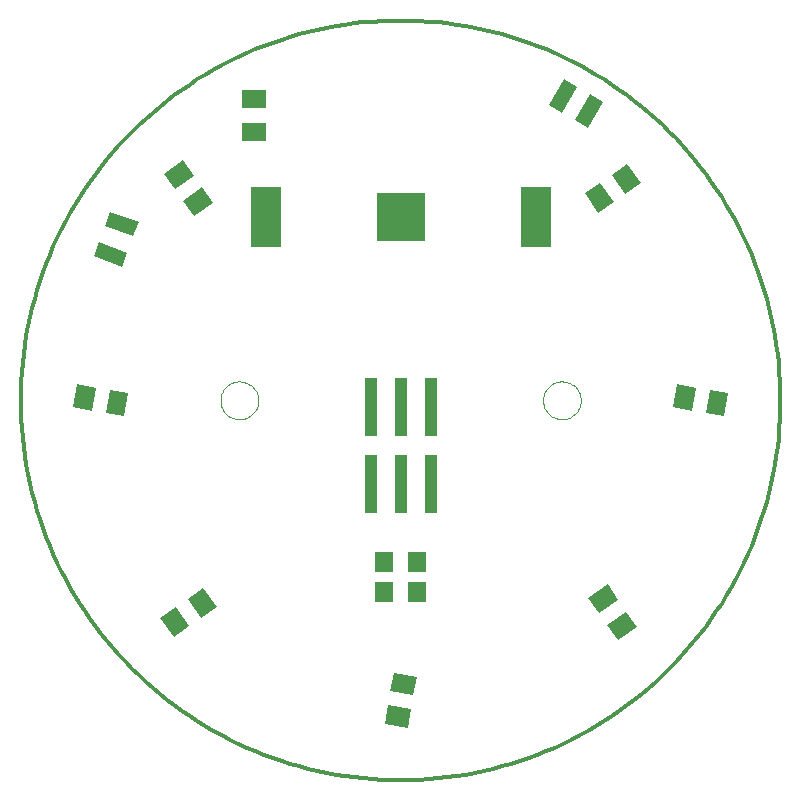
<source format=gbp>
G75*
%MOIN*%
%OFA0B0*%
%FSLAX24Y24*%
%IPPOS*%
%LPD*%
%AMOC8*
5,1,8,0,0,1.08239X$1,22.5*
%
%ADD10C,0.0120*%
%ADD11C,0.0000*%
%ADD12R,0.1600X0.1600*%
%ADD13R,0.1000X0.2000*%
%ADD14R,0.0630X0.0710*%
%ADD15R,0.0630X0.0787*%
%ADD16R,0.0787X0.0630*%
%ADD17R,0.0394X0.1969*%
%ADD18R,0.0500X0.1000*%
D10*
X000160Y012910D02*
X000164Y013221D01*
X000175Y013531D01*
X000194Y013841D01*
X000221Y014151D01*
X000255Y014460D01*
X000297Y014767D01*
X000346Y015074D01*
X000403Y015380D01*
X000468Y015684D01*
X000539Y015986D01*
X000619Y016286D01*
X000705Y016585D01*
X000799Y016881D01*
X000900Y017175D01*
X001008Y017466D01*
X001124Y017754D01*
X001246Y018040D01*
X001375Y018322D01*
X001512Y018602D01*
X001655Y018877D01*
X001805Y019150D01*
X001961Y019418D01*
X002124Y019683D01*
X002293Y019943D01*
X002469Y020199D01*
X002651Y020451D01*
X002839Y020698D01*
X003033Y020941D01*
X003233Y021179D01*
X003439Y021411D01*
X003651Y021639D01*
X003868Y021861D01*
X004090Y022078D01*
X004318Y022290D01*
X004550Y022496D01*
X004788Y022696D01*
X005031Y022890D01*
X005278Y023078D01*
X005530Y023260D01*
X005786Y023436D01*
X006046Y023605D01*
X006311Y023768D01*
X006579Y023924D01*
X006852Y024074D01*
X007127Y024217D01*
X007407Y024354D01*
X007689Y024483D01*
X007975Y024605D01*
X008263Y024721D01*
X008554Y024829D01*
X008848Y024930D01*
X009144Y025024D01*
X009443Y025110D01*
X009743Y025190D01*
X010045Y025261D01*
X010349Y025326D01*
X010655Y025383D01*
X010962Y025432D01*
X011269Y025474D01*
X011578Y025508D01*
X011888Y025535D01*
X012198Y025554D01*
X012508Y025565D01*
X012819Y025569D01*
X013130Y025565D01*
X013440Y025554D01*
X013750Y025535D01*
X014060Y025508D01*
X014369Y025474D01*
X014676Y025432D01*
X014983Y025383D01*
X015289Y025326D01*
X015593Y025261D01*
X015895Y025190D01*
X016195Y025110D01*
X016494Y025024D01*
X016790Y024930D01*
X017084Y024829D01*
X017375Y024721D01*
X017663Y024605D01*
X017949Y024483D01*
X018231Y024354D01*
X018511Y024217D01*
X018786Y024074D01*
X019059Y023924D01*
X019327Y023768D01*
X019592Y023605D01*
X019852Y023436D01*
X020108Y023260D01*
X020360Y023078D01*
X020607Y022890D01*
X020850Y022696D01*
X021088Y022496D01*
X021320Y022290D01*
X021548Y022078D01*
X021770Y021861D01*
X021987Y021639D01*
X022199Y021411D01*
X022405Y021179D01*
X022605Y020941D01*
X022799Y020698D01*
X022987Y020451D01*
X023169Y020199D01*
X023345Y019943D01*
X023514Y019683D01*
X023677Y019418D01*
X023833Y019150D01*
X023983Y018877D01*
X024126Y018602D01*
X024263Y018322D01*
X024392Y018040D01*
X024514Y017754D01*
X024630Y017466D01*
X024738Y017175D01*
X024839Y016881D01*
X024933Y016585D01*
X025019Y016286D01*
X025099Y015986D01*
X025170Y015684D01*
X025235Y015380D01*
X025292Y015074D01*
X025341Y014767D01*
X025383Y014460D01*
X025417Y014151D01*
X025444Y013841D01*
X025463Y013531D01*
X025474Y013221D01*
X025478Y012910D01*
X025474Y012599D01*
X025463Y012289D01*
X025444Y011979D01*
X025417Y011669D01*
X025383Y011360D01*
X025341Y011053D01*
X025292Y010746D01*
X025235Y010440D01*
X025170Y010136D01*
X025099Y009834D01*
X025019Y009534D01*
X024933Y009235D01*
X024839Y008939D01*
X024738Y008645D01*
X024630Y008354D01*
X024514Y008066D01*
X024392Y007780D01*
X024263Y007498D01*
X024126Y007218D01*
X023983Y006943D01*
X023833Y006670D01*
X023677Y006402D01*
X023514Y006137D01*
X023345Y005877D01*
X023169Y005621D01*
X022987Y005369D01*
X022799Y005122D01*
X022605Y004879D01*
X022405Y004641D01*
X022199Y004409D01*
X021987Y004181D01*
X021770Y003959D01*
X021548Y003742D01*
X021320Y003530D01*
X021088Y003324D01*
X020850Y003124D01*
X020607Y002930D01*
X020360Y002742D01*
X020108Y002560D01*
X019852Y002384D01*
X019592Y002215D01*
X019327Y002052D01*
X019059Y001896D01*
X018786Y001746D01*
X018511Y001603D01*
X018231Y001466D01*
X017949Y001337D01*
X017663Y001215D01*
X017375Y001099D01*
X017084Y000991D01*
X016790Y000890D01*
X016494Y000796D01*
X016195Y000710D01*
X015895Y000630D01*
X015593Y000559D01*
X015289Y000494D01*
X014983Y000437D01*
X014676Y000388D01*
X014369Y000346D01*
X014060Y000312D01*
X013750Y000285D01*
X013440Y000266D01*
X013130Y000255D01*
X012819Y000251D01*
X012508Y000255D01*
X012198Y000266D01*
X011888Y000285D01*
X011578Y000312D01*
X011269Y000346D01*
X010962Y000388D01*
X010655Y000437D01*
X010349Y000494D01*
X010045Y000559D01*
X009743Y000630D01*
X009443Y000710D01*
X009144Y000796D01*
X008848Y000890D01*
X008554Y000991D01*
X008263Y001099D01*
X007975Y001215D01*
X007689Y001337D01*
X007407Y001466D01*
X007127Y001603D01*
X006852Y001746D01*
X006579Y001896D01*
X006311Y002052D01*
X006046Y002215D01*
X005786Y002384D01*
X005530Y002560D01*
X005278Y002742D01*
X005031Y002930D01*
X004788Y003124D01*
X004550Y003324D01*
X004318Y003530D01*
X004090Y003742D01*
X003868Y003959D01*
X003651Y004181D01*
X003439Y004409D01*
X003233Y004641D01*
X003033Y004879D01*
X002839Y005122D01*
X002651Y005369D01*
X002469Y005621D01*
X002293Y005877D01*
X002124Y006137D01*
X001961Y006402D01*
X001805Y006670D01*
X001655Y006943D01*
X001512Y007218D01*
X001375Y007498D01*
X001246Y007780D01*
X001124Y008066D01*
X001008Y008354D01*
X000900Y008645D01*
X000799Y008939D01*
X000705Y009235D01*
X000619Y009534D01*
X000539Y009834D01*
X000468Y010136D01*
X000403Y010440D01*
X000346Y010746D01*
X000297Y011053D01*
X000255Y011360D01*
X000221Y011669D01*
X000194Y011979D01*
X000175Y012289D01*
X000164Y012599D01*
X000160Y012910D01*
D11*
X006814Y012910D02*
X006816Y012960D01*
X006822Y013010D01*
X006832Y013059D01*
X006846Y013107D01*
X006863Y013154D01*
X006884Y013199D01*
X006909Y013243D01*
X006937Y013284D01*
X006969Y013323D01*
X007003Y013360D01*
X007040Y013394D01*
X007080Y013424D01*
X007122Y013451D01*
X007166Y013475D01*
X007212Y013496D01*
X007259Y013512D01*
X007307Y013525D01*
X007357Y013534D01*
X007406Y013539D01*
X007457Y013540D01*
X007507Y013537D01*
X007556Y013530D01*
X007605Y013519D01*
X007653Y013504D01*
X007699Y013486D01*
X007744Y013464D01*
X007787Y013438D01*
X007828Y013409D01*
X007867Y013377D01*
X007903Y013342D01*
X007935Y013304D01*
X007965Y013264D01*
X007992Y013221D01*
X008015Y013177D01*
X008034Y013131D01*
X008050Y013083D01*
X008062Y013034D01*
X008070Y012985D01*
X008074Y012935D01*
X008074Y012885D01*
X008070Y012835D01*
X008062Y012786D01*
X008050Y012737D01*
X008034Y012689D01*
X008015Y012643D01*
X007992Y012599D01*
X007965Y012556D01*
X007935Y012516D01*
X007903Y012478D01*
X007867Y012443D01*
X007828Y012411D01*
X007787Y012382D01*
X007744Y012356D01*
X007699Y012334D01*
X007653Y012316D01*
X007605Y012301D01*
X007556Y012290D01*
X007507Y012283D01*
X007457Y012280D01*
X007406Y012281D01*
X007357Y012286D01*
X007307Y012295D01*
X007259Y012308D01*
X007212Y012324D01*
X007166Y012345D01*
X007122Y012369D01*
X007080Y012396D01*
X007040Y012426D01*
X007003Y012460D01*
X006969Y012497D01*
X006937Y012536D01*
X006909Y012577D01*
X006884Y012621D01*
X006863Y012666D01*
X006846Y012713D01*
X006832Y012761D01*
X006822Y012810D01*
X006816Y012860D01*
X006814Y012910D01*
X017564Y012910D02*
X017566Y012960D01*
X017572Y013010D01*
X017582Y013059D01*
X017596Y013107D01*
X017613Y013154D01*
X017634Y013199D01*
X017659Y013243D01*
X017687Y013284D01*
X017719Y013323D01*
X017753Y013360D01*
X017790Y013394D01*
X017830Y013424D01*
X017872Y013451D01*
X017916Y013475D01*
X017962Y013496D01*
X018009Y013512D01*
X018057Y013525D01*
X018107Y013534D01*
X018156Y013539D01*
X018207Y013540D01*
X018257Y013537D01*
X018306Y013530D01*
X018355Y013519D01*
X018403Y013504D01*
X018449Y013486D01*
X018494Y013464D01*
X018537Y013438D01*
X018578Y013409D01*
X018617Y013377D01*
X018653Y013342D01*
X018685Y013304D01*
X018715Y013264D01*
X018742Y013221D01*
X018765Y013177D01*
X018784Y013131D01*
X018800Y013083D01*
X018812Y013034D01*
X018820Y012985D01*
X018824Y012935D01*
X018824Y012885D01*
X018820Y012835D01*
X018812Y012786D01*
X018800Y012737D01*
X018784Y012689D01*
X018765Y012643D01*
X018742Y012599D01*
X018715Y012556D01*
X018685Y012516D01*
X018653Y012478D01*
X018617Y012443D01*
X018578Y012411D01*
X018537Y012382D01*
X018494Y012356D01*
X018449Y012334D01*
X018403Y012316D01*
X018355Y012301D01*
X018306Y012290D01*
X018257Y012283D01*
X018207Y012280D01*
X018156Y012281D01*
X018107Y012286D01*
X018057Y012295D01*
X018009Y012308D01*
X017962Y012324D01*
X017916Y012345D01*
X017872Y012369D01*
X017830Y012396D01*
X017790Y012426D01*
X017753Y012460D01*
X017719Y012497D01*
X017687Y012536D01*
X017659Y012577D01*
X017634Y012621D01*
X017613Y012666D01*
X017596Y012713D01*
X017582Y012761D01*
X017572Y012810D01*
X017566Y012860D01*
X017564Y012910D01*
D12*
X012819Y019035D03*
D13*
X008319Y019035D03*
X017319Y019035D03*
D14*
X013379Y007535D03*
X013379Y006535D03*
X012259Y006535D03*
X012259Y007535D03*
D15*
G36*
X004813Y005664D02*
X005328Y006025D01*
X005779Y005382D01*
X005264Y005021D01*
X004813Y005664D01*
G37*
G36*
X005716Y006296D02*
X006231Y006657D01*
X006682Y006014D01*
X006167Y005653D01*
X005716Y006296D01*
G37*
G36*
X003121Y013255D02*
X003740Y013146D01*
X003603Y012373D01*
X002984Y012482D01*
X003121Y013255D01*
G37*
G36*
X002036Y013446D02*
X002655Y013337D01*
X002518Y012564D01*
X001899Y012673D01*
X002036Y013446D01*
G37*
G36*
X006205Y020013D02*
X006566Y019498D01*
X005923Y019047D01*
X005562Y019562D01*
X006205Y020013D01*
G37*
G36*
X005573Y020916D02*
X005934Y020401D01*
X005291Y019950D01*
X004930Y020465D01*
X005573Y020916D01*
G37*
G36*
X019922Y019524D02*
X019407Y019163D01*
X018956Y019806D01*
X019471Y020167D01*
X019922Y019524D01*
G37*
G36*
X020825Y020156D02*
X020310Y019795D01*
X019859Y020438D01*
X020374Y020799D01*
X020825Y020156D01*
G37*
G36*
X022517Y012565D02*
X021898Y012674D01*
X022035Y013447D01*
X022654Y013338D01*
X022517Y012565D01*
G37*
G36*
X023603Y012374D02*
X022984Y012483D01*
X023121Y013256D01*
X023740Y013147D01*
X023603Y012374D01*
G37*
G36*
X019433Y005808D02*
X019072Y006323D01*
X019715Y006774D01*
X020076Y006259D01*
X019433Y005808D01*
G37*
G36*
X020065Y004905D02*
X019704Y005420D01*
X020347Y005871D01*
X020708Y005356D01*
X020065Y004905D01*
G37*
G36*
X012474Y003212D02*
X012583Y003831D01*
X013356Y003694D01*
X013247Y003075D01*
X012474Y003212D01*
G37*
G36*
X012282Y002127D02*
X012391Y002746D01*
X013164Y002609D01*
X013055Y001990D01*
X012282Y002127D01*
G37*
D16*
X007922Y021857D03*
X007922Y022959D03*
D17*
X011819Y012686D03*
X012819Y012686D03*
X013819Y012686D03*
X013819Y010134D03*
X012819Y010134D03*
X011819Y010134D03*
D18*
G36*
X003709Y017833D02*
X003538Y017365D01*
X002599Y017707D01*
X002770Y018175D01*
X003709Y017833D01*
G37*
G36*
X004081Y018856D02*
X003910Y018388D01*
X002971Y018730D01*
X003142Y019198D01*
X004081Y018856D01*
G37*
G36*
X018199Y022494D02*
X017766Y022744D01*
X018265Y023610D01*
X018698Y023360D01*
X018199Y022494D01*
G37*
G36*
X019065Y021994D02*
X018632Y022244D01*
X019131Y023110D01*
X019564Y022860D01*
X019065Y021994D01*
G37*
M02*

</source>
